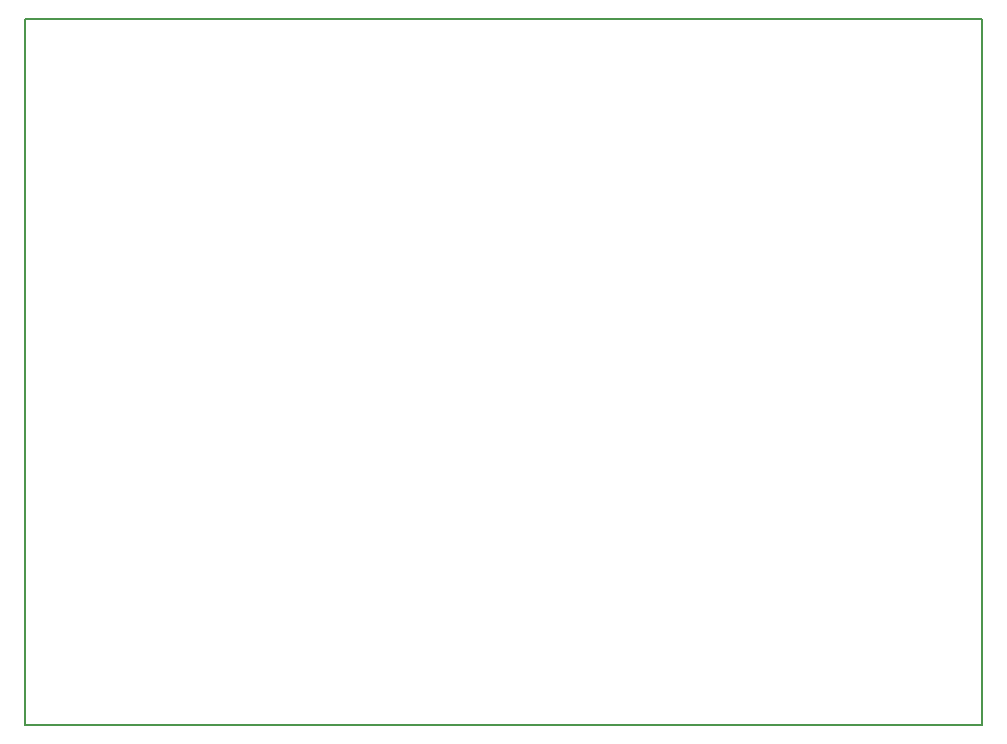
<source format=gm1>
G04 MADE WITH FRITZING*
G04 WWW.FRITZING.ORG*
G04 DOUBLE SIDED*
G04 HOLES PLATED*
G04 CONTOUR ON CENTER OF CONTOUR VECTOR*
%ASAXBY*%
%FSLAX23Y23*%
%MOIN*%
%OFA0B0*%
%SFA1.0B1.0*%
%ADD10R,3.197150X2.362430*%
%ADD11C,0.008000*%
%ADD10C,0.008*%
%LNCONTOUR*%
G90*
G70*
G54D10*
G54D11*
X4Y2358D02*
X3193Y2358D01*
X3193Y4D01*
X4Y4D01*
X4Y2358D01*
D02*
G04 End of contour*
M02*
</source>
